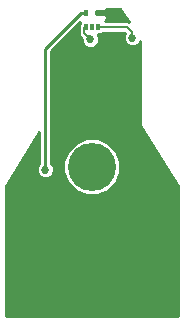
<source format=gtl>
%TF.GenerationSoftware,KiCad,Pcbnew,4.0.7-e2-6376~58~ubuntu16.04.1*%
%TF.CreationDate,2017-11-12T16:16:19-05:00*%
%TF.ProjectId,AH1892Breakout,414831383932427265616B6F75742E6B,rev?*%
%TF.FileFunction,Copper,L1,Top,Signal*%
%FSLAX46Y46*%
G04 Gerber Fmt 4.6, Leading zero omitted, Abs format (unit mm)*
G04 Created by KiCad (PCBNEW 4.0.7-e2-6376~58~ubuntu16.04.1) date Sun Nov 12 16:16:19 2017*
%MOMM*%
%LPD*%
G01*
G04 APERTURE LIST*
%ADD10C,0.127000*%
%ADD11R,1.500000X1.300000*%
%ADD12R,1.000000X5.500000*%
%ADD13R,1.600000X3.000000*%
%ADD14R,2.000000X1.700000*%
%ADD15R,0.300000X0.500000*%
%ADD16C,4.064000*%
%ADD17C,0.685800*%
%ADD18C,0.200000*%
%ADD19C,0.254000*%
G04 APERTURE END LIST*
D10*
D11*
X148383000Y-92710000D03*
X151083000Y-92710000D03*
D12*
X146987000Y-109111000D03*
X148987000Y-109111000D03*
X150987000Y-109111000D03*
X152987000Y-109111000D03*
D13*
X144587000Y-111361000D03*
X155387000Y-111361000D03*
D14*
X151638000Y-95250000D03*
X147638000Y-95250000D03*
X147638000Y-98679000D03*
X151638000Y-98679000D03*
D15*
X149860000Y-90770000D03*
X149360000Y-90770000D03*
X150360000Y-90770000D03*
X149360000Y-89570000D03*
X150360000Y-89570000D03*
D16*
X149860000Y-102616000D03*
D17*
X154432000Y-103124000D03*
X149733000Y-91821000D03*
X151765000Y-89662000D03*
X145923000Y-102870000D03*
X153289000Y-91694000D03*
D18*
X149225000Y-91313000D02*
X149225000Y-90805000D01*
X149733000Y-91821000D02*
X149225000Y-91313000D01*
X151673000Y-89570000D02*
X151765000Y-89662000D01*
X150360000Y-89570000D02*
X151673000Y-89570000D01*
D19*
X145923000Y-92603000D02*
X145923000Y-102870000D01*
X149360000Y-89570000D02*
X148956000Y-89570000D01*
X148956000Y-89570000D02*
X145923000Y-92603000D01*
D18*
X153289000Y-91694000D02*
X153289000Y-91209067D01*
X153289000Y-91209067D02*
X152849933Y-90770000D01*
X152849933Y-90770000D02*
X150364001Y-90770000D01*
D19*
G36*
X148821536Y-90520000D02*
X148821536Y-90559685D01*
X148780614Y-90620929D01*
X148744000Y-90805000D01*
X148744000Y-91313000D01*
X148762989Y-91408464D01*
X148780614Y-91497071D01*
X148884882Y-91653118D01*
X149009138Y-91777374D01*
X149008975Y-91964361D01*
X149118950Y-92230521D01*
X149322408Y-92434335D01*
X149588376Y-92544774D01*
X149876361Y-92545025D01*
X150142521Y-92435050D01*
X150346335Y-92231592D01*
X150456774Y-91965624D01*
X150457025Y-91677639D01*
X150347050Y-91411479D01*
X150344040Y-91408464D01*
X150510000Y-91408464D01*
X150651190Y-91381897D01*
X150780865Y-91298454D01*
X150813289Y-91251000D01*
X152650697Y-91251000D01*
X152679388Y-91279691D01*
X152675665Y-91283408D01*
X152565226Y-91549376D01*
X152564975Y-91837361D01*
X152674950Y-92103521D01*
X152878408Y-92307335D01*
X153144376Y-92417774D01*
X153432361Y-92418025D01*
X153698521Y-92308050D01*
X153902335Y-92104592D01*
X153962100Y-91960661D01*
X153962100Y-99060000D01*
X153967679Y-99088045D01*
X153966808Y-99116627D01*
X153980607Y-99153038D01*
X153988202Y-99191222D01*
X154004087Y-99214995D01*
X154014221Y-99241737D01*
X157137100Y-104238343D01*
X157137100Y-115227100D01*
X142582900Y-115227100D01*
X142582900Y-104238343D01*
X145415000Y-99706983D01*
X145415000Y-102354257D01*
X145309665Y-102459408D01*
X145199226Y-102725376D01*
X145198975Y-103013361D01*
X145308950Y-103279521D01*
X145512408Y-103483335D01*
X145778376Y-103593774D01*
X146066361Y-103594025D01*
X146332521Y-103484050D01*
X146536335Y-103280592D01*
X146613868Y-103093870D01*
X147446583Y-103093870D01*
X147813166Y-103981069D01*
X148491361Y-104660449D01*
X149377919Y-105028580D01*
X150337870Y-105029417D01*
X151225069Y-104662834D01*
X151904449Y-103984639D01*
X152272580Y-103098081D01*
X152273417Y-102138130D01*
X151906834Y-101250931D01*
X151228639Y-100571551D01*
X150342081Y-100203420D01*
X149382130Y-100202583D01*
X148494931Y-100569166D01*
X147815551Y-101247361D01*
X147447420Y-102133919D01*
X147446583Y-103093870D01*
X146613868Y-103093870D01*
X146646774Y-103014624D01*
X146647025Y-102726639D01*
X146537050Y-102460479D01*
X146431000Y-102354243D01*
X146431000Y-92813420D01*
X148846196Y-90398224D01*
X148821536Y-90520000D01*
X148821536Y-90520000D01*
G37*
X148821536Y-90520000D02*
X148821536Y-90559685D01*
X148780614Y-90620929D01*
X148744000Y-90805000D01*
X148744000Y-91313000D01*
X148762989Y-91408464D01*
X148780614Y-91497071D01*
X148884882Y-91653118D01*
X149009138Y-91777374D01*
X149008975Y-91964361D01*
X149118950Y-92230521D01*
X149322408Y-92434335D01*
X149588376Y-92544774D01*
X149876361Y-92545025D01*
X150142521Y-92435050D01*
X150346335Y-92231592D01*
X150456774Y-91965624D01*
X150457025Y-91677639D01*
X150347050Y-91411479D01*
X150344040Y-91408464D01*
X150510000Y-91408464D01*
X150651190Y-91381897D01*
X150780865Y-91298454D01*
X150813289Y-91251000D01*
X152650697Y-91251000D01*
X152679388Y-91279691D01*
X152675665Y-91283408D01*
X152565226Y-91549376D01*
X152564975Y-91837361D01*
X152674950Y-92103521D01*
X152878408Y-92307335D01*
X153144376Y-92417774D01*
X153432361Y-92418025D01*
X153698521Y-92308050D01*
X153902335Y-92104592D01*
X153962100Y-91960661D01*
X153962100Y-99060000D01*
X153967679Y-99088045D01*
X153966808Y-99116627D01*
X153980607Y-99153038D01*
X153988202Y-99191222D01*
X154004087Y-99214995D01*
X154014221Y-99241737D01*
X157137100Y-104238343D01*
X157137100Y-115227100D01*
X142582900Y-115227100D01*
X142582900Y-104238343D01*
X145415000Y-99706983D01*
X145415000Y-102354257D01*
X145309665Y-102459408D01*
X145199226Y-102725376D01*
X145198975Y-103013361D01*
X145308950Y-103279521D01*
X145512408Y-103483335D01*
X145778376Y-103593774D01*
X146066361Y-103594025D01*
X146332521Y-103484050D01*
X146536335Y-103280592D01*
X146613868Y-103093870D01*
X147446583Y-103093870D01*
X147813166Y-103981069D01*
X148491361Y-104660449D01*
X149377919Y-105028580D01*
X150337870Y-105029417D01*
X151225069Y-104662834D01*
X151904449Y-103984639D01*
X152272580Y-103098081D01*
X152273417Y-102138130D01*
X151906834Y-101250931D01*
X151228639Y-100571551D01*
X150342081Y-100203420D01*
X149382130Y-100202583D01*
X148494931Y-100569166D01*
X147815551Y-101247361D01*
X147447420Y-102133919D01*
X147446583Y-103093870D01*
X146613868Y-103093870D01*
X146646774Y-103014624D01*
X146647025Y-102726639D01*
X146537050Y-102460479D01*
X146431000Y-102354243D01*
X146431000Y-92813420D01*
X148846196Y-90398224D01*
X148821536Y-90520000D01*
G36*
X153047197Y-90334429D02*
X153034004Y-90325614D01*
X153025890Y-90324000D01*
X152849933Y-90289000D01*
X150939025Y-90289000D01*
X151048327Y-90179699D01*
X151145000Y-89946310D01*
X151145000Y-89853750D01*
X150986250Y-89695000D01*
X150435000Y-89695000D01*
X150435000Y-89717000D01*
X150285000Y-89717000D01*
X150285000Y-89695000D01*
X150213000Y-89695000D01*
X150213000Y-89445000D01*
X150285000Y-89445000D01*
X150285000Y-89423000D01*
X150435000Y-89423000D01*
X150435000Y-89445000D01*
X150986250Y-89445000D01*
X151145000Y-89286250D01*
X151145000Y-89242900D01*
X152228550Y-89242900D01*
X153047197Y-90334429D01*
X153047197Y-90334429D01*
G37*
X153047197Y-90334429D02*
X153034004Y-90325614D01*
X153025890Y-90324000D01*
X152849933Y-90289000D01*
X150939025Y-90289000D01*
X151048327Y-90179699D01*
X151145000Y-89946310D01*
X151145000Y-89853750D01*
X150986250Y-89695000D01*
X150435000Y-89695000D01*
X150435000Y-89717000D01*
X150285000Y-89717000D01*
X150285000Y-89695000D01*
X150213000Y-89695000D01*
X150213000Y-89445000D01*
X150285000Y-89445000D01*
X150285000Y-89423000D01*
X150435000Y-89423000D01*
X150435000Y-89445000D01*
X150986250Y-89445000D01*
X151145000Y-89286250D01*
X151145000Y-89242900D01*
X152228550Y-89242900D01*
X153047197Y-90334429D01*
M02*

</source>
